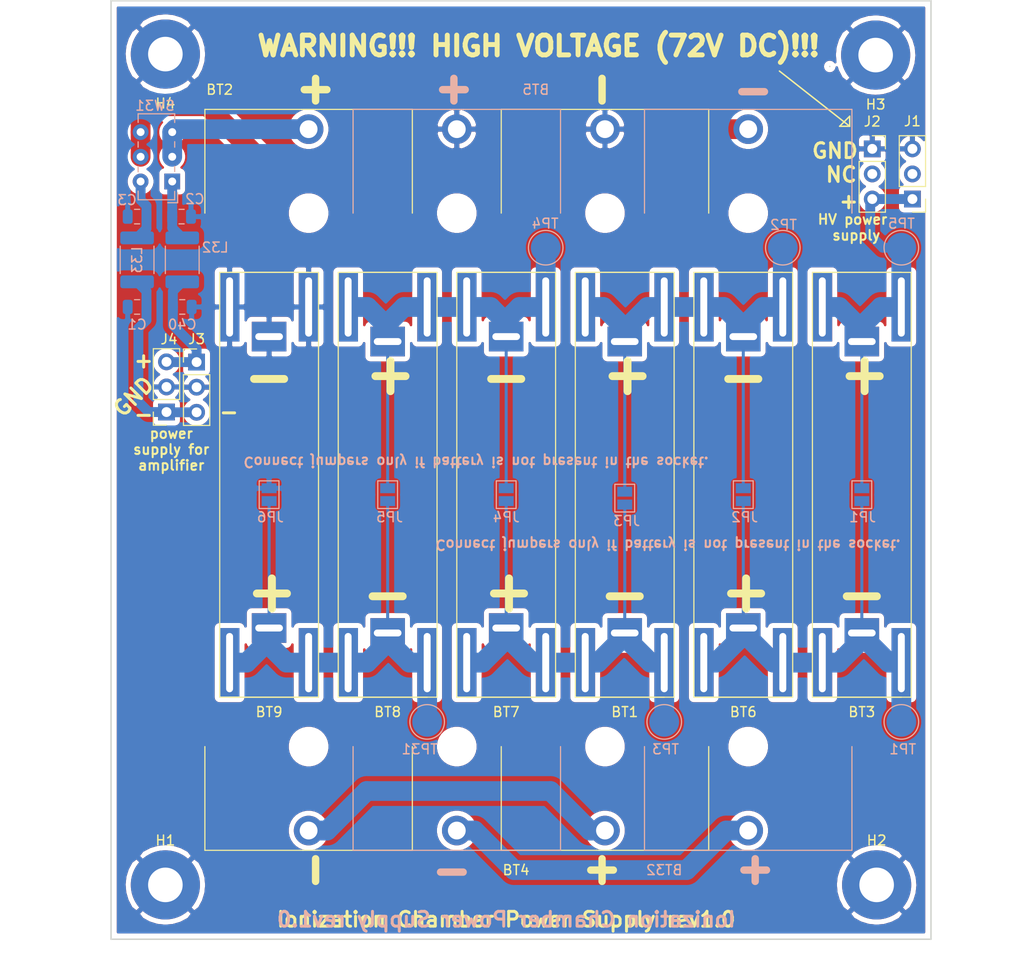
<source format=kicad_pcb>
(kicad_pcb (version 20210623) (generator pcbnew)
  (layers (0 "F.Cu" signal) (31 "B.Cu" signal) (34 "B.Paste" user) (35 "F.Paste" user) (36 "B.SilkS" user "B.Silkscreen") (37 "F.SilkS" user "F.Silkscreen") (38 "B.Mask" user) (39 "F.Mask" user) (44 "Edge.Cuts" user))
  (net 0 "")
  (net 1 "GND")
  (net 2 "+BATT")
  (net 3 "Net-(BT32-Pad2)")
  (net 4 "Net-(BT2-Pad2)")
  (net 5 "Net-(BT2-Pad1)")
  (net 6 "Net-(BT32-Pad1)")
  (net 7 "Net-(BT1-Pad2)")
  (net 8 "Net-(BT1-Pad1)")
  (net 9 "Net-(BT3-Pad2)")
  (net 10 "Net-(BT3-Pad1)")
  (net 11 "Net-(BT7-Pad2)")
  (net 12 "Net-(BT8-Pad2)")
  (net 13 "-BATT")
  (net 14 "Net-(C2-Pad2)")
  (net 15 "Net-(C3-Pad1)")
  (footprint "MountingHole:MountingHole_3.5mm_Pad" (layer "F.Cu") (at 210.5 153.5)
    (fp_text reference "H2" (at 0 -4.5) (layer "F.SilkS"))
    (fp_text value "MountingHole_Pad")
    (pad "1" thru_hole circle locked (at 0 0) (size 7 7) (drill 3.5) (layers *.Cu *.Mask) (net 1 "GND"))
  )
  (footprint "MountingHole:MountingHole_3.5mm_Pad" (layer "F.Cu") (at 138.5 69.4)
    (fp_text reference "H4" (at 0 5) (layer "F.SilkS"))
    (fp_text value "MountingHole_Pad")
    (pad "1" thru_hole circle locked (at 0 0) (size 7 7) (drill 3.5) (layers *.Cu *.Mask) (net 1 "GND"))
  )
  (footprint "MountingHole:MountingHole_3.5mm_Pad" (layer "F.Cu") (at 210.4 69.5)
    (fp_text reference "H3" (at 0 5) (layer "F.SilkS"))
    (fp_text value "MountingHole_Pad")
    (pad "1" thru_hole circle locked (at 0 0) (size 7 7) (drill 3.5) (layers *.Cu *.Mask) (net 1 "GND"))
  )
  (footprint "PowerSupply:MR18650BatteryHolder" (layer "F.Cu") (at 142.5 75 -90)
    (fp_text reference "BT2" (at -2 -1.5 180) (layer "F.SilkS"))
    (fp_text value "3V6")
    (fp_text user "+" (at -2 -11 90) (layer "F.SilkS") (effects (font (size 3 3) (thickness 0.75))))
    (fp_text user "-" (at 77 -11 90) (layer "F.SilkS") (effects (font (size 3 3) (thickness 0.75))))
    (fp_line (start 0 0) (end 10.5 0) (layer "F.SilkS") (width 0.12))
    (fp_line (start 75 0) (end 75 -21) (layer "F.SilkS") (width 0.12))
    (fp_line (start 0 -21) (end 10.5 -21) (layer "F.SilkS") (width 0.12))
    (fp_line (start 75 0) (end 64.5 0) (layer "F.SilkS") (width 0.12))
    (fp_line (start 0 0) (end 0 -21) (layer "F.SilkS") (width 0.12))
    (fp_line (start 75 -21) (end 64.5 -21) (layer "F.SilkS") (width 0.12))
    (pad "" np_thru_hole oval locked (at 64.5 -10.5 270) (size 3 3) (drill 3) (layers *.Cu *.Mask))
    (pad "" np_thru_hole oval locked (at 10.5 -10.5 270) (size 3 3) (drill 3) (layers *.Cu *.Mask))
    (pad "1" thru_hole oval locked (at 2 -10.5 270) (size 3 3) (drill 1.8) (layers *.Cu *.Mask) (net 5 "Net-(BT2-Pad1)"))
    (pad "2" thru_hole oval locked (at 73 -10.5 270) (size 3 3) (drill 1.8) (layers *.Cu *.Mask) (net 4 "Net-(BT2-Pad2)"))
  )
  (footprint "PowerSupply:MR18650BatteryHolder" (layer "F.Cu") (at 193.5 150 90)
    (fp_text reference "BT4" (at -2 -19.5 180) (layer "F.SilkS"))
    (fp_text value "3V6")
    (fp_text user "-" (at 77 -11 90) (layer "F.SilkS") (effects (font (size 3 3) (thickness 0.75))))
    (fp_text user "+" (at -2 -11 90) (layer "F.SilkS") (effects (font (size 3 3) (thickness 0.75))))
    (fp_line (start 0 0) (end 0 -21) (layer "F.SilkS") (width 0.12))
    (fp_line (start 0 0) (end 10.5 0) (layer "F.SilkS") (width 0.12))
    (fp_line (start 75 0) (end 64.5 0) (layer "F.SilkS") (width 0.12))
    (fp_line (start 75 -21) (end 64.5 -21) (layer "F.SilkS") (width 0.12))
    (fp_line (start 0 -21) (end 10.5 -21) (layer "F.SilkS") (width 0.12))
    (fp_line (start 75 0) (end 75 -21) (layer "F.SilkS") (width 0.12))
    (pad "" np_thru_hole oval locked (at 64.5 -10.5 90) (size 3 3) (drill 3) (layers *.Cu *.Mask))
    (pad "" np_thru_hole oval locked (at 10.5 -10.5 90) (size 3 3) (drill 3) (layers *.Cu *.Mask))
    (pad "1" thru_hole oval locked (at 2 -10.5 90) (size 3 3) (drill 1.8) (layers *.Cu *.Mask) (net 4 "Net-(BT2-Pad2)"))
    (pad "2" thru_hole oval locked (at 73 -10.5 90) (size 3 3) (drill 1.8) (layers *.Cu *.Mask) (net 1 "GND"))
  )
  (footprint "MountingHole:MountingHole_3.5mm_Pad" (layer "F.Cu") (at 138.5 153.5)
    (fp_text reference "H1" (at 0 -4.5) (layer "F.SilkS"))
    (fp_text value "MountingHole_Pad")
    (pad "1" thru_hole circle locked (at 0 0) (size 7 7) (drill 3.5) (layers *.Cu *.Mask) (net 1 "GND"))
  )
  (footprint "PowerSupply:27ABatteryHolder" (layer "F.Cu") (at 157 91.5 -90)
    (fp_text reference "BT8" (at 44.5 -4 180) (layer "F.SilkS"))
    (fp_text value "12V")
    (fp_text user "+" (at 10.5 -4 90) (layer "F.SilkS") (effects (font (size 4 4) (thickness 0.8))))
    (fp_text user "-" (at 32.5 -4 180) (layer "F.SilkS") (effects (font (size 4 4) (thickness 0.8))))
    (fp_line (start 0 -9) (end 0 1) (layer "F.SilkS") (width 0.12))
    (fp_line (start 43 1) (end 43 -9) (layer "F.SilkS") (width 0.12))
    (fp_line (start 0 0) (end 0 -8) (layer "F.SilkS") (width 0.12))
    (fp_line (start 43 -8) (end 43 0) (layer "F.SilkS") (width 0.12))
    (fp_line (start 0 1) (end 43 1) (layer "F.SilkS") (width 0.12))
    (fp_line (start 43 -9) (end 0 -9) (layer "F.SilkS") (width 0.12))
    (pad "1" thru_hole rect locked (at 3.5 0) (size 2 7) (drill oval 0.7 6) (layers *.Cu *.Mask) (net 11 "Net-(BT7-Pad2)"))
    (pad "1" thru_hole rect locked (at 3.5 -8) (size 2 7) (drill oval 0.7 6) (layers *.Cu *.Mask) (net 11 "Net-(BT7-Pad2)"))
    (pad "1" thru_hole rect locked (at 7 -4 270) (size 3 3.5) (drill oval 0.7 2.8) (layers *.Cu *.Mask) (net 11 "Net-(BT7-Pad2)"))
    (pad "2" thru_hole rect locked (at 36.5 -4 270) (size 3 3.5) (drill oval 0.7 2.8) (layers *.Cu *.Mask) (net 12 "Net-(BT8-Pad2)"))
    (pad "2" thru_hole rect locked (at 39.5 -8) (size 2 7) (drill oval 0.7 6) (layers *.Cu *.Mask) (net 12 "Net-(BT8-Pad2)"))
    (pad "2" thru_hole rect locked (at 39.5 0) (size 2 7) (drill oval 0.7 6) (layers *.Cu *.Mask) (net 12 "Net-(BT8-Pad2)"))
  )
  (footprint "PowerSupply:27ABatteryHolder" (layer "F.Cu") (at 177 134.5 90)
    (fp_text reference "BT7" (at -1.5 -4 180) (layer "F.SilkS"))
    (fp_text value "12V")
    (fp_text user "-" (at 32.5 -4 180) (layer "F.SilkS") (effects (font (size 4 4) (thickness 0.8))))
    (fp_text user "+" (at 10.5 -4 90) (layer "F.SilkS") (effects (font (size 4 4) (thickness 0.8))))
    (fp_line (start 43 -9) (end 0 -9) (layer "F.SilkS") (width 0.12))
    (fp_line (start 0 1) (end 43 1) (layer "F.SilkS") (width 0.12))
    (fp_line (start 0 -9) (end 0 1) (layer "F.SilkS") (width 0.12))
    (fp_line (start 43 -8) (end 43 0) (layer "F.SilkS") (width 0.12))
    (fp_line (start 43 1) (end 43 -9) (layer "F.SilkS") (width 0.12))
    (fp_line (start 0 0) (end 0 -8) (layer "F.SilkS") (width 0.12))
    (pad "1" thru_hole rect locked (at 3.5 0 180) (size 2 7) (drill oval 0.7 6) (layers *.Cu *.Mask) (net 7 "Net-(BT1-Pad2)"))
    (pad "1" thru_hole rect locked (at 3.5 -8 180) (size 2 7) (drill oval 0.7 6) (layers *.Cu *.Mask) (net 7 "Net-(BT1-Pad2)"))
    (pad "1" thru_hole rect locked (at 7 -4 90) (size 3 3.5) (drill oval 0.7 2.8) (layers *.Cu *.Mask) (net 7 "Net-(BT1-Pad2)"))
    (pad "2" thru_hole rect locked (at 39.5 -8 180) (size 2 7) (drill oval 0.7 6) (layers *.Cu *.Mask) (net 11 "Net-(BT7-Pad2)"))
    (pad "2" thru_hole rect locked (at 36.5 -4 90) (size 3 3.5) (drill oval 0.7 2.8) (layers *.Cu *.Mask) (net 11 "Net-(BT7-Pad2)"))
    (pad "2" thru_hole rect locked (at 39.5 0 180) (size 2 7) (drill oval 0.7 6) (layers *.Cu *.Mask) (net 11 "Net-(BT7-Pad2)"))
  )
  (footprint "PowerSupply:27ABatteryHolder" (layer "F.Cu") (at 205 91.5 -90)
    (fp_text reference "BT3" (at 44.5 -4 180) (layer "F.SilkS"))
    (fp_text value "12V")
    (fp_text user "+" (at 10.5 -4 90) (layer "F.SilkS") (effects (font (size 4 4) (thickness 0.8))))
    (fp_text user "-" (at 32.5 -4 180) (layer "F.SilkS") (effects (font (size 4 4) (thickness 0.8))))
    (fp_line (start 0 -9) (end 0 1) (layer "F.SilkS") (width 0.12))
    (fp_line (start 43 -8) (end 43 0) (layer "F.SilkS") (width 0.12))
    (fp_line (start 0 0) (end 0 -8) (layer "F.SilkS") (width 0.12))
    (fp_line (start 43 1) (end 43 -9) (layer "F.SilkS") (width 0.12))
    (fp_line (start 43 -9) (end 0 -9) (layer "F.SilkS") (width 0.12))
    (fp_line (start 0 1) (end 43 1) (layer "F.SilkS") (width 0.12))
    (pad "1" thru_hole rect locked (at 3.5 -8) (size 2 7) (drill oval 0.7 6) (layers *.Cu *.Mask) (net 10 "Net-(BT3-Pad1)"))
    (pad "1" thru_hole rect locked (at 7 -4 270) (size 3 3.5) (drill oval 0.7 2.8) (layers *.Cu *.Mask) (net 10 "Net-(BT3-Pad1)"))
    (pad "1" thru_hole rect locked (at 3.5 0) (size 2 7) (drill oval 0.7 6) (layers *.Cu *.Mask) (net 10 "Net-(BT3-Pad1)"))
    (pad "2" thru_hole rect locked (at 39.5 -8) (size 2 7) (drill oval 0.7 6) (layers *.Cu *.Mask) (net 9 "Net-(BT3-Pad2)"))
    (pad "2" thru_hole rect locked (at 36.5 -4 270) (size 3 3.5) (drill oval 0.7 2.8) (layers *.Cu *.Mask) (net 9 "Net-(BT3-Pad2)"))
    (pad "2" thru_hole rect locked (at 39.5 0) (size 2 7) (drill oval 0.7 6) (layers *.Cu *.Mask) (net 9 "Net-(BT3-Pad2)"))
  )
  (footprint "PowerSupply:27ABatteryHolder" (layer "F.Cu") (at 153 134.5 90)
    (fp_text reference "BT9" (at -1.5 -4 180) (layer "F.SilkS"))
    (fp_text value "12V")
    (fp_text user "-" (at 32.5 -4 180) (layer "F.SilkS") (effects (font (size 4 4) (thickness 0.8))))
    (fp_text user "+" (at 10.5 -4 90) (layer "F.SilkS") (effects (font (size 4 4) (thickness 0.8))))
    (fp_line (start 0 1) (end 43 1) (layer "F.SilkS") (width 0.12))
    (fp_line (start 0 -9) (end 0 1) (layer "F.SilkS") (width 0.12))
    (fp_line (start 43 -8) (end 43 0) (layer "F.SilkS") (width 0.12))
    (fp_line (start 43 1) (end 43 -9) (layer "F.SilkS") (width 0.12))
    (fp_line (start 0 0) (end 0 -8) (layer "F.SilkS") (width 0.12))
    (fp_line (start 43 -9) (end 0 -9) (layer "F.SilkS") (width 0.12))
    (pad "1" thru_hole rect locked (at 3.5 0 180) (size 2 7) (drill oval 0.7 6) (layers *.Cu *.Mask) (net 12 "Net-(BT8-Pad2)"))
    (pad "1" thru_hole rect locked (at 3.5 -8 180) (size 2 7) (drill oval 0.7 6) (layers *.Cu *.Mask) (net 12 "Net-(BT8-Pad2)"))
    (pad "1" thru_hole rect locked (at 7 -4 90) (size 3 3.5) (drill oval 0.7 2.8) (layers *.Cu *.Mask) (net 12 "Net-(BT8-Pad2)"))
    (pad "2" thru_hole rect locked (at 36.5 -4 90) (size 3 3.5) (drill oval 0.7 2.8) (layers *.Cu *.Mask) (net 1 "GND"))
    (pad "2" thru_hole rect locked (at 39.5 0 180) (size 2 7) (drill oval 0.7 6) (layers *.Cu *.Mask) (net 1 "GND"))
    (pad "2" thru_hole rect locked (at 39.5 -8 180) (size 2 7) (drill oval 0.7 6) (layers *.Cu *.Mask) (net 1 "GND"))
  )
  (footprint "PowerSupply:27ABatteryHolder" (layer "F.Cu") (at 181 91.5 -90)
    (fp_text reference "BT1" (at 44.5 -4) (layer "F.SilkS"))
    (fp_text value "12V")
    (fp_text user "-" (at 32.5 -4 180) (layer "F.SilkS") (effects (font (size 4 4) (thickness 0.8))))
    (fp_text user "+" (at 10.5 -4 90) (layer "F.SilkS") (effects (font (size 4 4) (thickness 0.8))))
    (fp_line (start 0 1) (end 43 1) (layer "F.SilkS") (width 0.12))
    (fp_line (start 43 1) (end 43 -9) (layer "F.SilkS") (width 0.12))
    (fp_line (start 0 -9) (end 0 1) (layer "F.SilkS") (width 0.12))
    (fp_line (start 43 -8) (end 43 0) (layer "F.SilkS") (width 0.12))
    (fp_line (start 43 -9) (end 0 -9) (layer "F.SilkS") (width 0.12))
    (fp_line (start 0 0) (end 0 -8) (layer "F.SilkS") (width 0.12))
    (pad "1" thru_hole rect locked (at 7 -4 270) (size 3 3.5) (drill oval 0.7 2.8) (layers *.Cu *.Mask) (net 8 "Net-(BT1-Pad1)"))
    (pad "1" thru_hole rect locked (at 3.5 -8) (size 2 7) (drill oval 0.7 6) (layers *.Cu *.Mask) (net 8 "Net-(BT1-Pad1)"))
    (pad "1" thru_hole rect locked (at 3.5 0) (size 2 7) (drill oval 0.7 6) (layers *.Cu *.Mask) (net 8 "Net-(BT1-Pad1)"))
    (pad "2" thru_hole rect locked (at 39.5 -8) (size 2 7) (drill oval 0.7 6) (layers *.Cu *.Mask) (net 7 "Net-(BT1-Pad2)"))
    (pad "2" thru_hole rect locked (at 36.5 -4 270) (size 3 3.5) (drill oval 0.7 2.8) (layers *.Cu *.Mask) (net 7 "Net-(BT1-Pad2)"))
    (pad "2" thru_hole rect locked (at 39.5 0) (size 2 7) (drill oval 0.7 6) (layers *.Cu *.Mask) (net 7 "Net-(BT1-Pad2)"))
  )
  (footprint "PowerSupply:27ABatteryHolder" (layer "F.Cu") (at 201 134.5 90)
    (fp_text reference "BT6" (at -1.5 -4 180) (layer "F.SilkS"))
    (fp_text value "12V")
    (fp_text user "+" (at 10.5 -4 90) (layer "F.SilkS") (effects (font (size 4 4) (thickness 0.8))))
    (fp_text user "-" (at 32.5 -4 180) (layer "F.SilkS") (effects (font (size 4 4) (thickness 0.8))))
    (fp_line (start 0 0) (end 0 -8) (layer "F.SilkS") (width 0.12))
    (fp_line (start 43 1) (end 43 -9) (layer "F.SilkS") (width 0.12))
    (fp_line (start 0 1) (end 43 1) (layer "F.SilkS") (width 0.12))
    (fp_line (start 43 -8) (end 43 0) (layer "F.SilkS") (width 0.12))
    (fp_line (start 43 -9) (end 0 -9) (layer "F.SilkS") (width 0.12))
    (fp_line (start 0 -9) (end 0 1) (layer "F.SilkS") (width 0.12))
    (pad "1" thru_hole rect locked (at 3.5 -8 180) (size 2 7) (drill oval 0.7 6) (layers *.Cu *.Mask) (net 9 "Net-(BT3-Pad2)"))
    (pad "1" thru_hole rect locked (at 3.5 0 180) (size 2 7) (drill oval 0.7 6) (layers *.Cu *.Mask) (net 9 "Net-(BT3-Pad2)"))
    (pad "1" thru_hole rect locked (at 7 -4 90) (size 3 3.5) (drill oval 0.7 2.8) (layers *.Cu *.Mask) (net 9 "Net-(BT3-Pad2)"))
    (pad "2" thru_hole rect locked (at 39.5 0 180) (size 2 7) (drill oval 0.7 6) (layers *.Cu *.Mask) (net 8 "Net-(BT1-Pad1)"))
    (pad "2" thru_hole rect locked (at 36.5 -4 90) (size 3 3.5) (drill oval 0.7 2.8) (layers *.Cu *.Mask) (net 8 "Net-(BT1-Pad1)"))
    (pad "2" thru_hole rect locked (at 39.5 -8 180) (size 2 7) (drill oval 0.7 6) (layers *.Cu *.Mask) (net 8 "Net-(BT1-Pad1)"))
  )
  (footprint "Connector_PinHeader_2.54mm:PinHeader_1x03_P2.54mm_Vertical" (layer "F.Cu") (at 214.122 84.074 180)
    (fp_text reference "J1" (at 0 7.874) (layer "F.SilkS"))
    (fp_text value "Conn_01x03_Male")
    (fp_line (start -1.33 1.27) (end 1.33 1.27) (layer "F.SilkS") (width 0.12))
    (fp_line (start 1.33 1.27) (end 1.33 6.41) (layer "F.SilkS") (width 0.12))
    (fp_line (start -1.33 0) (end -1.33 -1.33) (layer "F.SilkS") (width 0.12))
    (fp_line (start -1.33 -1.33) (end 0 -1.33) (layer "F.SilkS") (width 0.12))
    (fp_line (start -1.33 6.41) (end 1.33 6.41) (layer "F.SilkS") (width 0.12))
    (fp_line (start -1.33 1.27) (end -1.33 6.41) (layer "F.SilkS") (width 0.12))
    (pad "1" thru_hole rect locked (at 0 0 180) (size 1.7 1.7) (drill 1) (layers *.Cu *.Mask) (net 10 "Net-(BT3-Pad1)"))
    (pad "2" thru_hole oval locked (at 0 2.54 180) (size 1.7 1.7) (drill 1) (layers *.Cu *.Mask))
    (pad "3" thru_hole oval locked (at 0 5.08 180) (size 1.7 1.7) (drill 1) (layers *.Cu *.Mask) (net 1 "GND"))
  )
  (footprint "Connector_PinSocket_2.54mm:PinSocket_1x03_P2.54mm_Vertical" (layer "F.Cu") (at 210.058 78.994)
    (fp_text reference "J2" (at 0 -2.77) (layer "F.SilkS"))
    (fp_text value "Conn_01x03_Female")
    (fp_line (start 1.33 1.27) (end 1.33 6.41) (layer "F.SilkS") (width 0.12))
    (fp_line (start -1.33 6.41) (end 1.33 6.41) (layer "F.SilkS") (width 0.12))
    (fp_line (start 1.33 -1.33) (end 1.33 0) (layer "F.SilkS") (width 0.12))
    (fp_line (start -1.33 1.27) (end -1.33 6.41) (layer "F.SilkS") (width 0.12))
    (fp_line (start -1.33 1.27) (end 1.33 1.27) (layer "F.SilkS") (width 0.12))
    (fp_line (start 0 -1.33) (end 1.33 -1.33) (layer "F.SilkS") (width 0.12))
    (pad "1" thru_hole rect locked (at 0 0) (size 1.7 1.7) (drill 1) (layers *.Cu *.Mask) (net 1 "GND"))
    (pad "2" thru_hole oval locked (at 0 2.54) (size 1.7 1.7) (drill 1) (layers *.Cu *.Mask))
    (pad "3" thru_hole oval locked (at 0 5.08) (size 1.7 1.7) (drill 1) (layers *.Cu *.Mask) (net 10 "Net-(BT3-Pad1)"))
  )
  (footprint "Connector_PinHeader_2.54mm:PinHeader_1x03_P2.54mm_Vertical" (layer "F.Cu") (at 141.6614 100.5808)
    (fp_text reference "J3" (at 0 -2.33) (layer "F.SilkS"))
    (fp_text value "Conn_01x03_Male")
    (fp_line (start -1.33 6.41) (end 1.33 6.41) (layer "F.SilkS") (width 0.12))
    (fp_line (start -1.33 -1.33) (end 0 -1.33) (layer "F.SilkS") (width 0.12))
    (fp_line (start -1.33 0) (end -1.33 -1.33) (layer "F.SilkS") (width 0.12))
    (fp_line (start -1.33 1.27) (end 1.33 1.27) (layer "F.SilkS") (width 0.12))
    (fp_line (start -1.33 1.27) (end -1.33 6.41) (layer "F.SilkS") (width 0.12))
    (fp_line (start 1.33 1.27) (end 1.33 6.41) (layer "F.SilkS") (width 0.12))
    (pad "1" thru_hole rect locked (at 0 0) (size 1.7 1.7) (drill 1) (layers *.Cu *.Mask) (net 2 "+BATT"))
    (pad "2" thru_hole oval locked (at 0 2.54) (size 1.7 1.7) (drill 1) (layers *.Cu *.Mask) (net 1 "GND"))
    (pad "3" thru_hole oval locked (at 0 5.08) (size 1.7 1.7) (drill 1) (layers *.Cu *.Mask) (net 13 "-BATT"))
  )
  (footprint "Connector_PinSocket_2.54mm:PinSocket_1x03_P2.54mm_Vertical" (layer "F.Cu") (at 138.6134 105.6354 180)
    (fp_text reference "J4" (at -0.254 7.366) (layer "F.SilkS"))
    (fp_text value "Conn_01x03_Female")
    (fp_line (start 1.33 -1.33) (end 1.33 0) (layer "F.SilkS") (width 0.12))
    (fp_line (start 1.33 1.27) (end 1.33 6.41) (layer "F.SilkS") (width 0.12))
    (fp_line (start -1.33 6.41) (end 1.33 6.41) (layer "F.SilkS") (width 0.12))
    (fp_line (start 0 -1.33) (end 1.33 -1.33) (layer "F.SilkS") (width 0.12))
    (fp_line (start -1.33 1.27) (end -1.33 6.41) (layer "F.SilkS") (width 0.12))
    (fp_line (start -1.33 1.27) (end 1.33 1.27) (layer "F.SilkS") (width 0.12))
    (pad "1" thru_hole rect locked (at 0 0 180) (size 1.7 1.7) (drill 1) (layers *.Cu *.Mask) (net 13 "-BATT"))
    (pad "2" thru_hole oval locked (at 0 2.54 180) (size 1.7 1.7) (drill 1) (layers *.Cu *.Mask) (net 1 "GND"))
    (pad "3" thru_hole oval locked (at 0 5.08 180) (size 1.7 1.7) (drill 1) (layers *.Cu *.Mask) (net 2 "+BATT"))
  )
  (footprint "Capacitor_SMD:C_0805_2012Metric" (layer "B.Cu") (at 140.208 94.996 180)
    (fp_text reference "C40" (at 0 -1.778) (layer "B.SilkS") (effects (justify mirror)))
    (fp_text value "100n")
    (fp_line (start -0.261252 -0.735) (end 0.261252 -0.735) (layer "B.SilkS") (width 0.12))
    (fp_line (start -0.261252 0.735) (end 0.261252 0.735) (layer "B.SilkS") (width 0.12))
    (pad "1" smd roundrect locked (at -0.95 0 180) (size 1 1.45) (layers "B.Cu" "B.Paste" "B.Mask") (net 1 "GND"))
    (pad "2" smd roundrect locked (at 0.95 0 180) (size 1 1.45) (layers "B.Cu" "B.Paste" "B.Mask") (net 2 "+BATT"))
  )
  (footprint "Inductor_SMD:L_1812_4532Metric_Pad1.30x3.40mm_HandSolder" (layer "B.Cu") (at 140.208 90.231 90)
    (fp_text reference "L32" (at 1.258 3.333) (layer "B.SilkS") (effects (justify mirror)))
    (fp_text value "u68")
    (fp_line (start -1.386252 1.71) (end 1.386252 1.71) (layer "B.SilkS") (width 0.12))
    (fp_line (start -1.386252 -1.71) (end 1.386252 -1.71) (layer "B.SilkS") (width 0.12))
    (pad "1" smd roundrect locked (at -2.225 0 90) (size 1.3 3.4) (layers "B.Cu" "B.Paste" "B.Mask") (roundrect_rratio 0.192308) (net 2 "+BATT"))
    (pad "2" smd roundrect locked (at 2.225 0 90) (size 1.3 3.4) (layers "B.Cu" "B.Paste" "B.Mask") (roundrect_rratio 0.192308) (net 14 "Net-(C2-Pad2)"))
  )
  (footprint "Button_Switch_THT:SW_E-Switch_EG1271_DPDT" (layer "B.Cu") (at 139.192 82.296 90)
    (fp_text reference "SW31" (at 7.674 -1.747) (layer "B.SilkS") (effects (justify mirror)))
    (fp_text value "SW_DPDT_x2")
    (fp_line (start -2.15 0.55) (end -1.15 0.55) (layer "B.SilkS") (width 0.12))
    (fp_line (start -1.85 0.25) (end -1 0.25) (layer "B.SilkS") (width 0.12))
    (fp_line (start 6.85 -3.45) (end 5.98 -3.45) (layer "B.SilkS") (width 0.12))
    (fp_line (start 6.85 0.25) (end 6.85 -3.45) (layer "B.SilkS") (width 0.12))
    (fp_line (start 1 0.25) (end 1.53 0.25) (layer "B.SilkS") (width 0.12))
    (fp_line (start -0.97 -3.45) (end -1.85 -3.45) (layer "B.SilkS") (width 0.12))
    (fp_line (start 5.97 0.25) (end 6.85 0.25) (layer "B.SilkS") (width 0.12))
    (fp_line (start 1.53 -3.45) (end 0.97 -3.45) (layer "B.SilkS") (width 0.12))
    (fp_line (start 3.47 0.25) (end 4.03 0.25) (layer "B.SilkS") (width 0.12))
    (fp_line (start -2.15 -0.45) (end -2.15 0.55) (layer "B.SilkS") (width 0.12))
    (fp_line (start -1.85 -3.45) (end -1.85 0.25) (layer "B.SilkS") (width 0.12))
    (fp_line (start 4.02 -3.45) (end 3.47 -3.45) (layer "B.SilkS") (width 0.12))
    (pad "1" thru_hole rect locked (at 0 0 90) (size 1.6 1.6) (drill 0.8) (layers *.Cu *.Mask) (net 14 "Net-(C2-Pad2)"))
    (pad "2" thru_hole circle locked (at 2.5 0 90) (size 1.6 1.6) (drill 0.8) (layers *.Cu *.Mask) (net 5 "Net-(BT2-Pad1)"))
    (pad "3" thru_hole circle locked (at 5 0 90) (size 1.6 1.6) (drill 0.8) (layers *.Cu *.Mask) (net 5 "Net-(BT2-Pad1)"))
    (pad "4" thru_hole circle locked (at 0 -3.2 90) (size 1.6 1.6) (drill 0.8) (layers *.Cu *.Mask) (net 15 "Net-(C3-Pad1)"))
    (pad "5" thru_hole circle locked (at 2.5 -3.2 90) (size 1.6 1.6) (drill 0.8) (layers *.Cu *.Mask) (net 3 "Net-(BT32-Pad2)"))
    (pad "6" thru_hole circle locked (at 5 -3.2 90) (size 1.6 1.6) (drill 0.8) (layers *.Cu *.Mask) (net 3 "Net-(BT32-Pad2)"))
  )
  (footprint "Inductor_SMD:L_1812_4532Metric_Pad1.30x3.40mm_HandSolder" (layer "B.Cu") (at 135.636 90.231 90)
    (fp_text reference "L33" (at 0 0 90) (layer "B.SilkS") (effects (justify mirror)))
    (fp_text value "u68")
    (fp_line (start -1.386252 1.71) (end 1.386252 1.71) (layer "B.SilkS") (width 0.12))
    (fp_line (start -1.386252 -1.71) (end 1.386252 -1.71) (layer "B.SilkS") (width 0.12))
    (pad "1" smd roundrect locked (at -2.225 0 90) (size 1.3 3.4) (layers "B.Cu" "B.Paste" "B.Mask") (roundrect_rratio 0.192308) (net 13 "-BATT"))
    (pad "2" smd roundrect locked (at 2.225 0 90) (size 1.3 3.4) (layers "B.Cu" "B.Paste" "B.Mask") (roundrect_rratio 0.192308) (net 15 "Net-(C3-Pad1)"))
  )
  (footprint "TestPoint:TestPoint_Pad_D3.0mm" (layer "B.Cu") (at 165 137)
    (fp_text reference "TP31" (at -0.758 2.773) (layer "B.SilkS") (effects (justify mirror)))
    (fp_text value "TestPoint")
    (fp_circle (center 0 0) (end 0 -1.75) (layer "B.SilkS") (width 0.12) (fill none))
    (pad "1" smd circle locked (at 0 0) (size 3 3) (layers "B.Cu" "B.Mask") (net 12 "Net-(BT8-Pad2)"))
  )
  (footprint "Jumper:SolderJumper-2_P1.3mm_Open_Pad1.0x1.5mm" (layer "B.Cu") (at 209 114 -90)
    (fp_text reference "JP1" (at 2.278 -0.073) (layer "B.SilkS") (effects (justify mirror)))
    (fp_text value "Jumper_2_Open")
    (fp_line (start -1.4 1) (end 1.4 1) (layer "B.SilkS") (width 0.12))
    (fp_line (start 1.4 1) (end 1.4 -1) (layer "B.SilkS") (width 0.12))
    (fp_line (start -1.4 -1) (end -1.4 1) (layer "B.SilkS") (width 0.12))
    (fp_line (start 1.4 -1) (end -1.4 -1) (layer "B.SilkS") (width 0.12))
    (pad "1" smd rect locked (at -0.65 0 270) (size 1 1.5) (layers "B.Cu" "B.Mask") (net 10 "Net-(BT3-Pad1)"))
    (pad "2" smd rect locked (at 0.65 0 270) (size 1 1.5) (layers "B.Cu" "B.Mask") (net 9 "Net-(BT3-Pad2)"))
  )
  (footprint "Jumper:SolderJumper-2_P1.3mm_Open_Pad1.0x1.5mm" (layer "B.Cu") (at 197 114 90)
    (fp_text reference "JP2" (at -2.278 0.135) (layer "B.SilkS") (effects (justify mirror)))
    (fp_text value "Jumper_2_Open")
    (fp_line (start 1.4 -1) (end -1.4 -1) (layer "B.SilkS") (width 0.12))
    (fp_line (start -1.4 1) (end 1.4 1) (layer "B.SilkS") (width 0.12))
    (fp_line (start -1.4 -1) (end -1.4 1) (layer "B.SilkS") (width 0.12))
    (fp_line (start 1.4 1) (end 1.4 -1) (layer "B.SilkS") (width 0.12))
    (pad "1" smd rect locked (at -0.65 0 90) (size 1 1.5) (layers "B.Cu" "B.Mask") (net 9 "Net-(BT3-Pad2)"))
    (pad "2" smd rect locked (at 0.65 0 90) (size 1 1.5) (layers "B.Cu" "B.Mask") (net 8 "Net-(BT1-Pad1)"))
  )
  (footprint "Jumper:SolderJumper-2_P1.3mm_Open_Pad1.0x1.5mm" (layer "B.Cu") (at 185 114.35 -90)
    (fp_text reference "JP3" (at 2.309 -0.197 180) (layer "B.SilkS") (effects (justify mirror)))
    (fp_text value "Jumper_2_Open")
    (fp_line (start 1.4 -1) (end -1.4 -1) (layer "B.SilkS") (width 0.12))
    (fp_line (start -1.4 1) (end 1.4 1) (layer "B.SilkS") (width 0.12))
    (fp_line (start 1.4 1) (end 1.4 -1) (layer "B.SilkS") (width 0.12))
    (fp_line (start -1.4 -1) (end -1.4 1) (layer "B.SilkS") (width 0.12))
    (pad "1" smd rect locked (at -0.65 0 270) (size 1 1.5) (layers "B.Cu" "B.Mask") (net 8 "Net-(BT1-Pad1)"))
    (pad "2" smd rect locked (at 0.65 0 270) (size 1 1.5) (layers "B.Cu" "B.Mask") (net 7 "Net-(BT1-Pad2)"))
  )
  (footprint "Jumper:SolderJumper-2_P1.3mm_Open_Pad1.0x1.5mm" (layer "B.Cu") (at 173 114 90)
    (fp_text reference "JP4" (at -2.278 0.005) (layer "B.SilkS") (effects (justify mirror)))
    (fp_text value "Jumper_2_Open")
    (fp_line (start 1.4 -1) (end -1.4 -1) (layer "B.SilkS") (width 0.12))
    (fp_line (start -1.4 1) (end 1.4 1) (layer "B.SilkS") (width 0.12))
    (fp_line (start -1.4 -1) (end -1.4 1) (layer "B.SilkS") (width 0.12))
    (fp_line (start 1.4 1) (end 1.4 -1) (layer "B.SilkS") (width 0.12))
    (pad "1" smd rect locked (at -0.65 0 90) (size 1 1.5) (layers "B.Cu" "B.Mask") (net 7 "Net-(BT1-Pad2)"))
    (pad "2" smd rect locked (at 0.65 0 90) (size 1 1.5) (layers "B.Cu" "B.Mask") (net 11 "Net-(BT7-Pad2)"))
  )
  (footprint "Jumper:SolderJumper-2_P1.3mm_Open_Pad1.0x1.5mm" (layer "B.Cu") (at 161 114 -90)
    (fp_text reference "JP5" (at 2.278 -0.194 180) (layer "B.SilkS") (effects (justify mirror)))
    (fp_text value "Jumper_2_Open")
    (fp_line (start 1.4 1) (end 1.4 -1) (layer "B.SilkS") (width 0.12))
    (fp_line (start 1.4 -1) (end -1.4 -1) (layer "B.SilkS") (width 0.12))
    (fp_line (start -1.4 1) (end 1.4 1) (layer "B.SilkS") (width 0.12))
    (fp_line (start -1.4 -1) (end -1.4 1) (layer "B.SilkS") (width 0.12))
    (pad "1" smd rect locked (at -0.65 0 270) (size 1 1.5) (layers "B.Cu" "B.Mask") (net 11 "Net-(BT7-Pad2)"))
    (pad "2" smd rect locked (at 0.65 0 270) (size 1 1.5) (layers "B.Cu" "B.Mask") (net 12 "Net-(BT8-Pad2)"))
  )
  (footprint "TestPoint:TestPoint_Pad_D3.0mm" (layer "B.Cu") (at 213 137)
    (fp_text reference "TP1" (at 0.137 2.773) (layer "B.SilkS") (effects (justify mirror)))
    (fp_text value "TestPoint")
    (fp_circle (center 0 0) (end 0 -1.75) (layer "B.SilkS") (width 0.12) (fill none))
    (pad "1" smd circle locked (at 0 0) (size 3 3) (layers "B.Cu" "B.Mask") (net 9 "Net-(BT3-Pad2)"))
  )
  (footprint "TestPoint:TestPoint_Pad_D3.0mm" (layer "B.Cu") (at 201 89)
    (fp_text reference "TP2" (at 0.072 -2.313) (layer "B.SilkS") (effects (justify mirror)))
    (fp_text value "TestPoint")
    (fp_circle (center 0 0) (end 0 -1.75) (layer "B.SilkS") (width 0.12) (fill none))
    (pad "1" smd circle locked (at 0 0) (size 3 3) (layers "B.Cu" "B.Mask") (net 8 "Net-(BT1-Pad1)"))
  )
  (footprint "TestPoint:TestPoint_Pad_D3.0mm" (layer "B.Cu") (at 189 137)
    (fp_text reference "TP3" (at 0.134 2.773) (layer "B.SilkS") (effects (justify mirror)))
    (fp_text value "TestPoint")
    (fp_circle (center 0 0) (end 0 -1.75) (layer "B.SilkS") (width 0.12) (fill none))
    (pad "1" smd circle locked (at 0 0) (size 3 3) (layers "B.Cu" "B.Mask") (net 7 "Net-(BT1-Pad2)"))
  )
  (footprint "TestPoint:TestPoint_Pad_D3.0mm" (layer "B.Cu") (at 177 89)
    (fp_text reference "TP4" (at -0.058 -2.44) (layer "B.SilkS") (effects (justify mirror)))
    (fp_text value "TestPoint")
    (fp_circle (center 0 0) (end 0 -1.75) (layer "B.SilkS") (width 0.12) (fill none))
    (pad "1" smd circle locked (at 0 0) (size 3 3) (layers "B.Cu" "B.Mask") (net 11 "Net-(BT7-Pad2)"))
  )
  (footprint "PowerSupply:MR18650BatteryHolder" (layer "B.Cu") (at 187 150 90)
    (fp_text reference "BT32" (at -2 2 180) (layer "B.SilkS") (effects (justify mirror)))
    (fp_text value "3V6")
    (fp_text user "+" (at -2 11 90) (layer "B.SilkS") (effects (font (size 3 3) (thickness 0.75)) (justify mirror)))
    (fp_text user "-" (at 77 11 180) (layer "B.SilkS") (effects (font (size 3 3) (thickness 0.75)) (justify mirror)))
    (fp_line (start 0 21) (end 10.5 21) (layer "B.SilkS") (width 0.12))
    (fp_line (start 75 0) (end 64.5 0) (layer "B.SilkS") (width 0.12))
    (fp_line (start 0 0) (end 10.5 0) (layer "B.SilkS") (width 0.12))
    (fp_line (start 75 21) (end 64.5 21) (layer "B.SilkS") (width 0.12))
    (fp_line (start 0 0) (end 0 21) (layer "B.SilkS") (width 0.12))
    (fp_line (start 75 0) (end 75 21) (layer "B.SilkS") (width 0.12))
    (pad "" np_thru_hole oval locked (at 10.5 10.5 90) (size 3 3) (drill 3) (layers *.Cu *.Mask))
    (pad "" np_thru_hole oval locked (at 64.5 10.5 90) (size 3 3) (drill 3) (layers *.Cu *.Mask))
    (pad "1" thru_hole oval locked (at 2 10.5 90) (size 3 3) (drill 1.8) (layers *.Cu *.Mask) (net 6 "Net-(BT32-Pad1)"))
    (pad "2" thru_hole oval locked (at 73 10.5 90) (size 3 3) (drill 1.8) (layers *.Cu *.Mask) (net 3 "Net-(BT32-Pad2)"))
  )
  (footprint "PowerSupply:MR18650BatteryHolder" (layer "B.Cu") (at 178.5 75 -90)
    (fp_text reference "BT5" (at -2 2.5 180) (layer "B.SilkS") (effects (justify mirror)))
    (fp_text value "3V6")
    (fp_text user "-" (at 77 11 180) (layer "B.SilkS") (effects (font (size 3 3) (thickness 0.75)) (justify mirror)))
    (fp_text user "+" (at -2 11 90) (layer "B.SilkS") (effects (font (size 3 3) (thickness 0.75)) (justify mirror)))
    (fp_line (start 75 0) (end 75 21) (layer "B.SilkS") (width 0.12))
    (fp_line (start 0 0) (end 0 21) (layer "B.SilkS") (width 0.12))
    (fp_line (start 0 21) (end 10.5 21) (layer "B.SilkS") (width 0.12))
    (fp_line (start 75 0) (end 64.5 0) (layer "B.SilkS") (width 0.12))
    (fp_line (start 0 0) (end 10.5 0) (layer "B.SilkS") (width 0.12))
    (fp_line (start 75 21) (end 64.5 21) (layer "B.SilkS") (width 0.12))
    (pad "" np_thru_hole oval locked (at 10.5 10.5 270) (size 3 3) (drill 3) (layers *.Cu *.Mask))
    (pad "" np_thru_hole oval locked (at 64.5 10.5 270) (size 3 3) (drill 3) (layers *.Cu *.Mask))
    (pad "1" thru_hole oval locked (at 2 10.5 270) (size 3 3) (drill 1.8) (layers *.Cu *.Mask) (net 1 "GND"))
    (pad "2" thru_hole oval locked (at 73 10.5 270) (size 3 3) (drill 1.8) (layers *.Cu *.Mask) (net 6 "Net-(BT32-Pad1)"))
  )
  (footprint "Jumper:SolderJumper-2_P1.3mm_Open_Pad1.0x1.5mm" (layer "B.Cu") (at 149 114 90)
    (fp_text reference "JP6" (at -2.278 0.129 180) (layer "B.SilkS") (effects (justify mirror)))
    (fp_text value "Jumper_2_Open")
    (fp_line (start -1.4 1) (end 1.4 1) (layer "B.SilkS") (width 0.12))
    (fp_line (start -1.4 -1) (end -1.4 1) (layer "B.SilkS") (width 0.12))
    (fp_line (start 1.4 -1) (end -1.4 -1) (layer "B.SilkS") (width 0.12))
    (fp_line (start 1.4 1) (end 1.4 -1) (layer "B.SilkS") (width 0.12))
    (pad "1" smd rect locked (at -0.65 0 90) (size 1 1.5) (layers "B.Cu" "B.Mask") (net 12 "Net-(BT8-Pad2)"))
    (pad "2" smd rect locked (at 0.65 0 90) (size 1 1.5) (layers "B.Cu" "B.Mask") (net 1 "GND"))
  )
  (footprint "TestPoint:TestPoint_Pad_D3.0mm" (layer "B.Cu") (at 213 89)
    (fp_text reference "TP5" (at 0.01 -2.44) (layer "B.SilkS") (effects (justify mirror)))
    (fp_text value "TestPoint")
    (fp_circle (center 0 0) (end 0 -1.75) (layer "B.SilkS") (width 0.12) (fill none))
    (pad "1" smd circle locked (at 0 0) (size 3 3) (layers "B.Cu" "B.Mask") (net 10 "Net-(BT3-Pad1)"))
  )
  (footprint "Capacitor_SMD:C_0805_2012Metric" (layer "B.Cu") (at 135.636 94.996 180)
    (fp_text reference "C1" (at 0 -1.778) (layer "B.SilkS") (effects (justify mirror)))
    (fp_text value "100n")
    (fp_line (start -0.261252 0.735) (end 0.261252 0.735) (layer "B.SilkS") (width 0.12))
    (fp_line (start -0.261252 -0.735) (end 0.261252 -0.735) (layer "B.SilkS") (width 0.12))
    (pad "1" smd roundrect locked (at -0.95 0 180) (size 1 1.45) (layers "B.Cu" "B.Paste" "B.Mask") (net 13 "-BATT"))
    (pad "2" smd roundrect locked (at 0.95 0 180) (size 1 1.45) (layers "B.Cu" "B.Paste" "B.Mask") (net 1 "GND"))
  )
  (footprint "Capacitor_SMD:C_0805_2012Metric" (layer "B.Cu") (at 140.142 85.852 180)
    (fp_text reference "C2" (at -1.336 1.778) (layer "B.SilkS") (effects (justify mirror)))
    (fp_text value "100n")
    (fp_line (start -0.261252 0.735) (end 0.261252 0.735) (layer "B.SilkS") (width 0.12))
    (fp_line (start -0.261252 -0.735) (end 0.261252 -0.735) (layer "B.SilkS") (width 0.12))
    (pad "1" smd roundrect locked (at -0.95 0 180) (size 1 1.45) (layers "B.Cu" "B.Paste" "B.Mask") (net 1 "GND"))
    (pad "2" smd roundrect locked (at 0.95 0 180) (size 1 1.45) (layers "B.Cu" "B.Paste" "B.Mask") (net 14 "Net-(C2-Pad2)"))
  )
  (footprint "Capacitor_SMD:C_0805_2012Metric" (layer "B.Cu") (at 135.636 85.852 180)
    (fp_text reference "C3" (at 1.016 1.68) (layer "B.SilkS") (effects (justify mirror)))
    (fp_text value "100n")
    (fp_line (start -0.261252 -0.735) (end 0.261252 -0.735) (layer "B.SilkS") (width 0.12))
    (fp_line (start -0.261252 0.735) (end 0.261252 0.735) (layer "B.SilkS") (width 0.12))
    (pad "1" smd roundrect locked (at -0.95 0 180) (size 1 1.45) (layers "B.Cu" "B.Paste" "B.Mask") (net 15 "Net-(C3-Pad1)"))
    (pad "2" smd roundrect locked (at 0.95 0 180) (size 1 1.45) (layers "B.Cu" "B.Paste" "B.Mask") (net 1 "GND"))
  )
  (gr_line (start 207.772 75.692) (end 207.772 76.708) (layer "F.SilkS") (width 0.15))
  (gr_line (start 200.66 71.12) (end 207.772 76.708) (layer "F.SilkS") (width 0.15))
  (gr_line (start 206.756 76.708) (end 207.772 75.692) (layer "F.SilkS") (width 0.15))
  (gr_line (start 207.772 76.708) (end 206.756 76.708) (layer "F.SilkS") (width 0.15))
  (gr_line (start 216 159) (end 216 64) (layer "Edge.Cuts") (width 0.15))
  (gr_line (start 205.756 70.656) (end 205.756 70.656) (layer "Edge.Cuts") (width 0.15))
  (gr_line (start 216 64) (end 133 64) (layer "Edge.Cuts") (width 0.15))
  (gr_line (start 216 159) (end 133 159) (layer "Edge.Cuts") (width 0.15))
  (gr_line (start 133 159) (end 133 64) (layer "Edge.Cuts") (width 0.15))
  (gr_text "Ionization Chamber Power Supply rev1.0" (at 173 157) (layer "B.SilkS") (effects (font (size 1.5 1.5) (thickness 0.3)) (justify mirror)))
  (gr_text "Connect jumpers only if battery is not present in the socket." (at 169.957 110.69 180) (layer "B.SilkS") (effects (font (size 1 1) (thickness 0.2)) (justify mirror)))
  (gr_text "Connect jumpers only if battery is not present in the socket." (at 189.388 119.072 180) (layer "B.SilkS") (effects (font (size 1 1) (thickness 0.2)) (justify mirror)))
  (gr_text "HV power \nsupply" (at 208.438 86.941) (layer "F.SilkS") (effects (font (size 1 1) (thickness 0.2))))
  (gr_text "Ionization Chamber Power Supply rev1.0" (at 173 157) (layer "F.SilkS") (effects (font (size 1.5 1.5) (thickness 0.3))))
  (gr_text "power\nsupply for\namplifier" (at 139.096 109.42) (layer "F.SilkS") (effects (font (size 1 1) (thickness 0.2))))
  (gr_text "WARNING!!! HIGH VOLTAGE (72V DC)!!!" (at 176.276 68.58) (layer "F.SilkS") (effects (font (size 2 2) (thickness 0.5))))
  (gr_text "-" (at 144.938 105.61) (layer "F.SilkS") (effects (font (size 1.5 1.5) (thickness 0.3))))
  (gr_text "GND" (at 135.286 104.086 45) (layer "F.SilkS") (effects (font (size 1.5 1.5) (thickness 0.3))))
  (gr_text "+" (at 136.302 100.403) (layer "F.SilkS") (effects (font (size 1.5 1.5) (thickness 0.3))))
  (gr_text "-" (at 136.302 105.864) (layer "F.SilkS") (effects (font (size 1.5 1.5) (thickness 0.3))))
  (gr_text "GND" (at 206.279 79.194) (layer "F.SilkS") (effects (font (size 1.5 1.5) (thickness 0.3))))
  (gr_text "NC" (at 206.914 81.607) (layer "F.SilkS") (effects (font (size 1.5 1.5) (thickness 0.3))))
  (gr_text "+" (at 207.676 84.274) (layer "F.SilkS") (effects (font (size 1.5 1.5) (thickness 0.3))))
  (segment (start 141.6614 100.5808) (end 141.6614 99.2434) (width 1) (layer "B.Cu") (net 2))
  (segment (start 138.6388 100.5808) (end 138.6134 100.5554) (width 1) (layer "B.Cu") (net 2))
  (segment (start 141.6614 100.5808) (end 138.6388 100.5808) (width 1) (layer "B.Cu") (net 2))
  (segment (start 139.258 94.996) (end 139.258 93.406) (width 1) (layer "B.Cu") (net 2))
  (segment (start 139.258 93.406) (end 140.208 92.456) (width 1) (layer "B.Cu") (net 2))
  (segment (start 141.6614 99.2434) (end 139.258 96.84) (width 1) (layer "B.Cu") (net 2))
  (segment (start 139.258 96.84) (end 139.258 94.996) (width 1) (layer "B.Cu") (net 2))
  (segment (start 135.992 77.296) (end 135.992 75.844) (width 2) (layer "F.Cu") (net 3))
  (segment (start 137.16 74.676) (end 142.748 74.676) (width 2) (layer "F.Cu") (net 3))
  (segment (start 142.748 74.676) (end 149.572 81.5) (width 2) (layer "F.Cu") (net 3))
  (segment (start 135.992 79.796) (end 135.992 77.296) (width 2) (layer "F.Cu") (net 3))
  (segment (start 135.992 75.844) (end 137.16 74.676) (width 2) (layer "F.Cu") (net 3))
  (segment (start 190.5 81.5) (end 195 77) (width 2) (layer "F.Cu") (net 3))
  (segment (start 195 77) (end 197.5 77) (width 2) (layer "F.Cu") (net 3))
  (segment (start 149.572 81.5) (end 190.5 81.5) (width 2) (layer "F.Cu") (net 3))
  (segment (start 177.486 144) (end 158.872 144) (width 2) (layer "B.Cu") (net 4))
  (segment (start 154.872 148) (end 153 148) (width 2) (layer "B.Cu") (net 4))
  (segment (start 183 148) (end 181.486 148) (width 2) (layer "B.Cu") (net 4))
  (segment (start 181.486 148) (end 177.486 144) (width 2) (layer "B.Cu") (net 4))
  (segment (start 158.872 144) (end 154.872 148) (width 2) (layer "B.Cu") (net 4))
  (segment (start 139.488 77) (end 139.192 77.296) (width 2) (layer "B.Cu") (net 5))
  (segment (start 153 77) (end 139.488 77) (width 2) (layer "B.Cu") (net 5))
  (segment (start 139.192 79.796) (end 139.192 77.296) (width 2) (layer "B.Cu") (net 5))
  (segment (start 195.258 148) (end 197.5 148) (width 2) (layer "B.Cu") (net 6))
  (segment (start 173.802 152) (end 191.258 152) (width 2) (layer "B.Cu") (net 6))
  (segment (start 169.802 148) (end 173.802 152) (width 2) (layer "B.Cu") (net 6))
  (segment (start 191.258 152) (end 195.258 148) (width 2) (layer "B.Cu") (net 6))
  (segment (start 168 148) (end 169.802 148) (width 2) (layer "B.Cu") (net 6))
  (segment (start 187.6 131) (end 189 131) (width 2) (layer "B.Cu") (net 7))
  (segment (start 189 137) (end 189 131) (width 2) (layer "B.Cu") (net 7))
  (segment (start 170.602 131) (end 173 128.602) (width 2) (layer "B.Cu") (net 7))
  (segment (start 185 128) (end 185 115) (width 0.3048) (layer "B.Cu") (net 7))
  (segment (start 169 131) (end 170.602 131) (width 2) (layer "B.Cu") (net 7))
  (segment (start 182.286 131) (end 181 131) (width 2) (layer "B.Cu") (net 7))
  (segment (start 173 127.5) (end 173 114.65) (width 0.3048) (layer "B.Cu") (net 7))
  (segment (start 185 128.4) (end 187.6 131) (width 2) (layer "B.Cu") (net 7))
  (segment (start 185 128.286) (end 182.286 131) (width 2) (layer "B.Cu") (net 7))
  (segment (start 175.662 131) (end 177 131) (width 2) (layer "B.Cu") (net 7))
  (segment (start 173 127.5) (end 173 128.338) (width 2) (layer "B.Cu") (net 7))
  (segment (start 185 128) (end 185 128.286) (width 2) (layer "B.Cu") (net 7))
  (segment (start 177 131) (end 181 131) (width 2) (layer "B.Cu") (net 7))
  (segment (start 185 128) (end 185 128.4) (width 2) (layer "B.Cu") (net 7))
  (segment (start 173 128.602) (end 173 127.5) (width 2) (layer "B.Cu") (net 7))
  (segment (start 173 128.338) (end 175.662 131) (width 2) (layer "B.Cu") (net 7))
  (segment (start 189 95) (end 193 95) (width 2) (layer "B.Cu") (net 8))
  (segment (start 201 95) (end 201 89) (width 2) (layer "B.Cu") (net 8))
  (segment (start 185 97.158) (end 185 98.5) (width 2) (layer "B.Cu") (net 8))
  (segment (start 197 96.982) (end 197 98) (width 2) (layer "B.Cu") (net 8))
  (segment (start 197 96.966) (end 197 98) (width 2) (layer "B.Cu") (net 8))
  (segment (start 201 95) (end 198.982 95) (width 2) (layer "B.Cu") (net 8))
  (segment (start 181 95) (end 182.842 95) (width 2) (layer "B.Cu") (net 8))
  (segment (start 197 113.35) (end 197 98) (width 0.3048) (layer "B.Cu") (net 8))
  (segment (start 187.298 95) (end 185 97.298) (width 2) (layer "B.Cu") (net 8))
  (segment (start 185 113.7) (end 185 98.5) (width 0.3048) (layer "B.Cu") (net 8))
  (segment (start 193 95) (end 195.034 95) (width 2) (layer "B.Cu") (net 8))
  (segment (start 198.982 95) (end 197 96.982) (width 2) (layer "B.Cu") (net 8))
  (segment (start 185 97.298) (end 185 98.5) (width 2) (layer "B.Cu") (net 8))
  (segment (start 189 95) (end 187.298 95) (width 2) (layer "B.Cu") (net 8))
  (segment (start 195.034 95) (end 197 96.966) (width 2) (layer "B.Cu") (net 8))
  (segment (start 182.842 95) (end 185 97.158) (width 2) (layer "B.Cu") (net 8))
  (segment (start 197 127.5) (end 197 128.224) (width 2) (layer "B.Cu") (net 9))
  (segment (start 200.046 131) (end 201 131) (width 2) (layer "B.Cu") (net 9))
  (segment (start 209 128.27) (end 211.73 131) (width 2) (layer "B.Cu") (net 9))
  (segment (start 211.73 131) (end 213 131) (width 2) (layer "B.Cu") (net 9))
  (segment (start 213 137) (end 213 131) (width 2) (layer "B.Cu") (net 9))
  (segment (start 197 127.5) (end 197 114.65) (width 0.3048) (layer "B.Cu") (net 9))
  (segment (start 197 127.5) (end 197 127.954) (width 2) (layer "B.Cu") (net 9))
  (segment (start 206.67 131) (end 205 131) (width 2) (layer "B.Cu") (net 9))
  (segment (start 209 128.67) (end 206.67 131) (width 2) (layer "B.Cu") (net 9))
  (segment (start 197 127.954) (end 200.046 131) (width 2) (layer "B.Cu") (net 9))
  (segment (start 194.224 131) (end 193 131) (width 2) (layer "B.Cu") (net 9))
  (segment (start 209 128) (end 209 114.65) (width 0.3048) (layer "B.Cu") (net 9))
  (segment (start 205 131) (end 201 131) (width 2) (layer "B.Cu") (net 9))
  (segment (start 209 128) (end 209 128.67) (width 2) (layer "B.Cu") (net 9))
  (segment (start 209 128) (end 209 128.27) (width 2) (layer "B.Cu") (net 9))
  (segment (start 197 128.224) (end 194.224 131) (width 2) (layer "B.Cu") (net 9))
  (segment (start 209.852 84.28) (end 210.058 84.074) (width 1) (layer "B.Cu") (net 10))
  (segment (start 206.718 95) (end 209 97.282) (width 2) (layer "B.Cu") (net 10))
  (segment (start 213 95) (end 210.92 95) (width 2) (layer "B.Cu") (net 10))
  (segment (start 209 113.35) (end 209 98.5) (width 0.3048) (layer "B.Cu") (net 10))
  (segment (start 205 95) (end 206.718 95) (width 2) (layer "B.Cu") (net 10))
  (segment (start 213 95) (end 213 89) (width 2) (layer "B.Cu") (net 10))
  (segment (start 210.92 95) (end 209 96.92) (width 2) (layer "B.Cu") (net 10))
  (segment (start 210.058 84.074) (end 214.122 84.074) (width 1) (layer "B.Cu") (net 10))
  (segment (start 209.852 87.72) (end 209.852 84.28) (width 1) (layer "B.Cu") (net 10))
  (segment (start 213 89) (end 211.132 89) (width 1) (layer "B.Cu") (net 10))
  (segment (start 209 97.282) (end 209 98.5) (width 2) (layer "B.Cu") (net 10))
  (segment (start 211.132 89) (end 209.852 87.72) (width 1) (layer "B.Cu") (net 10))
  (segment (start 209 96.92) (end 209 98.5) (width 2) (layer "B.Cu") (net 10))
  (segment (start 173 113.35) (end 173 98) (width 0.3048) (layer "B.Cu") (net 11))
  (segment (start 161 96.66) (end 161 98.5) (width 2) (layer "B.Cu") (net 11))
  (segment (start 169 95) (end 171.412 95) (width 2) (layer "B.Cu") (net 11))
  (segment (start 157 95) (end 158.966 95) (width 2) (layer "B.Cu") (net 11))
  (segment (start 173 96.588) (end 173 98) (width 2) (layer "B.Cu") (net 11))
  (segment (start 177 95) (end 177 89) (width 2) (layer "B.Cu") (net 11))
  (segment (start 173 96.344) (end 173 98) (width 2) (layer "B.Cu") (net 11))
  (segment (start 165 95) (end 169 95) (width 2) (layer "B.Cu") (net 11))
  (segment (start 161 97.034) (end 161 98.5) (width 2) (layer "B.Cu") (net 11))
  (segment (start 162.66 95) (end 161 96.66) (width 2) (layer "B.Cu") (net 11))
  (segment (start 158.966 95) (end 161 97.034) (width 2) (layer "B.Cu") (net 11))
  (segment (start 165 95) (end 162.66 95) (width 2) (layer "B.Cu") (net 11))
  (segment (start 161 113.35) (end 161 98.5) (width 0.3048) (layer "B.Cu") (net 11))
  (segment (start 174.344 95) (end 173 96.344) (width 2) (layer "B.Cu") (net 11))
  (segment (start 177 95) (end 174.344 95) (width 2) (layer "B.Cu") (net 11))
  (segment (start 171.412 95) (end 173 96.588) (width 2) (layer "B.Cu") (net 11))
  (segment (start 149 127.5) (end 149 114.65) (width 0.3048) (layer "B.Cu") (net 12))
  (segment (start 153 131) (end 157 131) (width 2) (layer "B.Cu") (net 12))
  (segment (start 149 128.726) (end 149 127.5) (width 2) (layer "B.Cu") (net 12))
  (segment (start 161 128) (end 161 114.65) (width 0.3048) (layer "B.Cu") (net 12))
  (segment (start 149 129.23) (end 149 127.5) (width 2) (layer "B.Cu") (net 12))
  (segment (start 161 128) (end 161 128.918) (width 2) (layer "B.Cu") (net 12))
  (segment (start 161 128.784) (end 163.216 131) (width 2) (layer "B.Cu") (net 12))
  (segment (start 165 137) (end 165 131) (width 2) (layer "B.Cu") (net 12))
  (segment (start 153 131) (end 150.77 131) (width 2) (layer "B.Cu") (net 12))
  (segment (start 158.918 131) (end 157 131) (width 2) (layer "B.Cu") (net 12))
  (segment (start 145 131) (end 146.726 131) (width 2) (layer "B.Cu") (net 12))
  (segment (start 163.216 131) (end 165 131) (width 2) (layer "B.Cu") (net 12))
  (segment (start 161 128.918) (end 158.918 131) (width 2) (layer "B.Cu") (net 12))
  (segment (start 150.77 131) (end 149 129.23) (width 2) (layer "B.Cu") (net 12))
  (segment (start 146.726 131) (end 149 128.726) (width 2) (layer "B.Cu") (net 12))
  (segment (start 161 128) (end 161 128.784) (width 2) (layer "B.Cu") (net 12))
  (segment (start 136.586 94.996) (end 136.586 96.332) (width 1) (layer "B.Cu") (net 13))
  (segment (start 135.7686 97.1772) (end 135.7547 97.1633) (width 1) (layer "B.Cu") (net 13))
  (segment (start 136.81 105.6354) (end 135.7686 104.594) (width 1) (layer "B.Cu") (net 13))
  (segment (start 138.6134 105.6354) (end 136.81 105.6354) (width 1) (layer "B.Cu") (net 13))
  (segment (start 136.586 93.406) (end 135.636 92.456) (width 1) (layer "B.Cu") (net 13))
  (segment (start 136.586 96.332) (end 135.7547 97.1633) (width 1) (layer "B.Cu") (net 13))
  (segment (start 136.586 94.996) (end 136.586 93.406) (width 1) (layer "B.Cu") (net 13))
  (segment (start 135.7686 104.594) (end 135.7686 97.1772) (width 1) (layer "B.Cu") (net 13))
  (segment (start 141.6614 105.6608) (end 138.6388 105.6608) (width 1) (layer "B.Cu") (net 13))
  (segment (start 138.6388 105.6608) (end 138.6134 105.6354) (width 1) (layer "B.Cu") (net 13))
  (segment (start 139.192 82.296) (end 139.192 85.852) (width 1) (layer "B.Cu") (net 14))
  (segment (start 139.192 86.99) (end 140.208 88.006) (width 1) (layer "B.Cu") (net 14))
  (segment (start 139.192 85.852) (end 139.192 86.99) (width 1) (layer "B.Cu") (net 14))
  (segment (start 136.586 87.056) (end 135.636 88.006) (width 1) (layer "B.Cu") (net 15))
  (segment (start 135.992 82.296) (end 135.992 84.176) (width 1) (layer "B.Cu") (net 15))
  (segment (start 136.586 85.852) (end 136.586 87.056) (width 1) (layer "B.Cu") (net 15))
  (segment (start 136.586 84.77) (end 136.586 85.852) (width 1) (layer "B.Cu") (net 15))
  (segment (start 135.992 84.176) (end 136.586 84.77) (width 1) (layer "B.Cu") (net 15))
  (zone (net 1) (net_name "GND") (layer "F.Cu") (connect_pads (clearance 0.508)) (min_thickness 0.254) (fill yes (thermal_gap 0.508) (thermal_bridge_width 0.508))
    (polygon (pts (xy 133 159) (xy 216 159) (xy 216 64) (xy 133 64)))
  )
  (zone (net 1) (net_name "GND") (layer "B.Cu") (connect_pads (clearance 0.508)) (min_thickness 0.254) (fill yes (thermal_gap 0.508) (thermal_bridge_width 0.508))
    (polygon (pts (xy 133 159) (xy 216 159) (xy 216 64) (xy 133 64)))
  )
)
</source>
